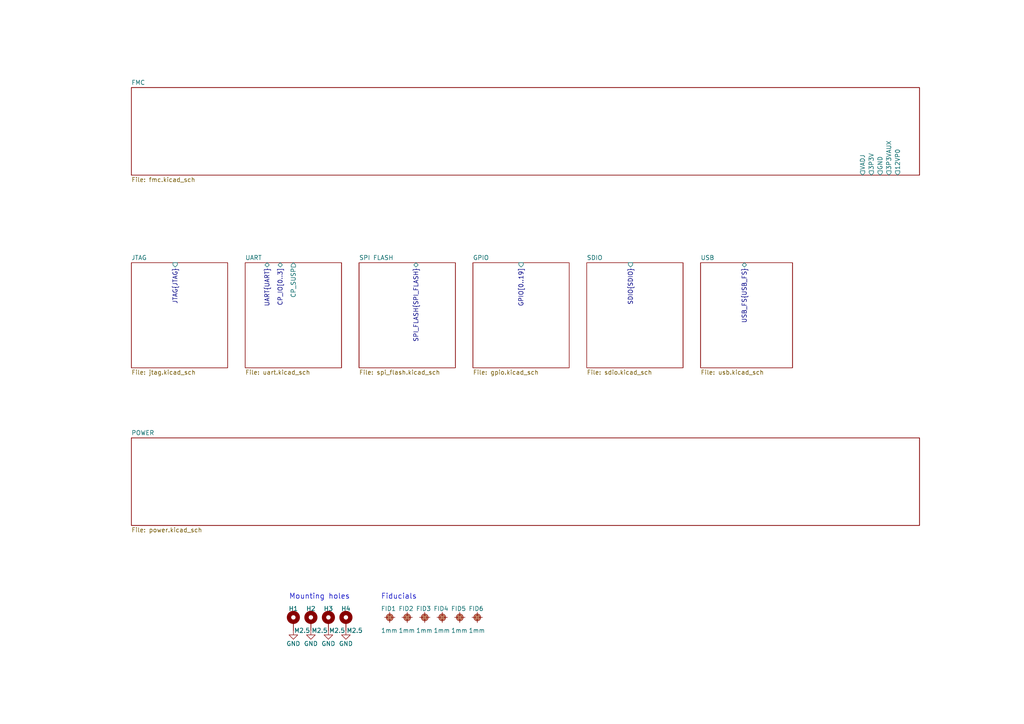
<source format=kicad_sch>
(kicad_sch (version 20230121) (generator eeschema)
  (paper "A4")
  (lib_symbols
    (symbol "CHIPSAlliance_Mechanical:Fiducial"
      (property "Reference" "FID" (at 0 5.08 0))
      (property "Value" "Fiducial" (at 0 3.175 0))
      (symbol "Fiducial_0_1"
        (polyline (pts (xy -1.524 0) (xy 1.524 0)))
        (polyline (pts (xy 0 1.524) (xy 0 -1.524)))
        (circle (center 0 0) (radius 0.508) (fill (type background)))
        (circle (center 0 0) (radius 0.762) (fill (type background)))
        (circle (center 0 0) (radius 1.016) (fill (type background)))
      )
    )
    (symbol "CHIPSAlliance_Mechanical:MountingHole_Pad" (pin_numbers hide) (pin_names (offset 1.016) hide)
      (property "Reference" "H" (at 0 6.35 0))
      (property "Value" "MountingHole_Pad" (at 0 4.445 0))
      (symbol "MountingHole_Pad_0_1"
        (circle (center 0 1.27) (radius 1.27) (stroke (width 1.27)))
      )
      (symbol "MountingHole_Pad_1_1"
        (pin input line (at 0 -2.54 90) (length 2.54) (name "1") (number "1"))
      )
    )
    (symbol "power:GND" (power) (pin_names (offset 0))
      (property "Value" "GND" (at 0 -3.81 0))
      (symbol "GND_0_1"
        (polyline (pts (xy 0 0) (xy 0 -1.27) (xy 1.27 -1.27) (xy 0 -2.54) (xy -1.27 -1.27) (xy 0 -1.27)))
      )
      (symbol "GND_1_1"
        (pin power_in line (at 0 0 270) (length 0) hide (name "GND") (number "1"))
      )
    )
  )
  (bus_alias "USB_FS" (members "VBUSDET" "CON" "~{OE}" "RCV" "VP" "VM" "SPD" "SUS"))
  (text "Fiducials" (at 110.49 173.99 0) (effects (font (size 1.524 1.524)) (justify left bottom)))
  (text "Mounting holes" (at 83.82 173.99 0) (effects (font (size 1.524 1.524)) (justify left bottom)))
  (symbol (lib_id "CHIPSAlliance_Mechanical:MountingHole_Pad") (at 100.33 180.34 0) (unit 1)
    (property "Reference" "H4" (at 100.33 176.53 0))
    (property "Value" "M2.5" (at 102.87 182.88 0))
    (property "Footprint" "MountingHole:MountingHole_2.7mm_M2.5_Pad_Via" (effects hide))
  )
  (symbol (lib_id "CHIPSAlliance_Mechanical:Fiducial") (at 123.19 179.07 0) (unit 1)
    (property "Reference" "FID3" (at 120.65 176.53 0) (effects (justify left)))
    (property "Value" "1mm" (at 120.65 182.88 0) (effects (justify left)))
    (property "Footprint" "Fiducial:Fiducial_1mm_Mask2mm" (effects hide))
  )
  (symbol (lib_id "CHIPSAlliance_Mechanical:Fiducial") (at 138.43 179.07 0) (unit 1)
    (property "Reference" "FID6" (at 135.89 176.53 0) (effects (justify left)))
    (property "Value" "1mm" (at 135.89 182.88 0) (effects (justify left)))
    (property "Footprint" "Fiducial:Fiducial_1mm_Mask2mm" (effects hide))
  )
  (symbol (lib_id "CHIPSAlliance_Mechanical:Fiducial") (at 133.35 179.07 0) (unit 1)
    (property "Reference" "FID5" (at 130.81 176.53 0) (effects (justify left)))
    (property "Value" "1mm" (at 130.81 182.88 0) (effects (justify left)))
    (property "Footprint" "Fiducial:Fiducial_1mm_Mask2mm" (effects hide))
  )
  (symbol (lib_id "CHIPSAlliance_Mechanical:MountingHole_Pad") (at 90.17 180.34 0) (unit 1)
    (property "Reference" "H2" (at 90.17 176.53 0))
    (property "Value" "M2.5" (at 92.71 182.88 0))
    (property "Footprint" "MountingHole:MountingHole_2.7mm_M2.5_Pad_Via" (effects hide))
  )
  (symbol (lib_id "CHIPSAlliance_Mechanical:Fiducial") (at 128.27 179.07 0) (unit 1)
    (property "Reference" "FID4" (at 125.73 176.53 0) (effects (justify left)))
    (property "Value" "1mm" (at 125.73 182.88 0) (effects (justify left)))
    (property "Footprint" "Fiducial:Fiducial_1mm_Mask2mm" (effects hide))
  )
  (symbol (lib_id "power:GND") (at 95.25 182.88 0) (unit 1)
    (property "Reference" "#PWR081" (effects hide))
    (property "Value" "GND" (at 95.25 186.69 0))
  )
  (symbol (lib_id "CHIPSAlliance_Mechanical:Fiducial") (at 118.11 179.07 0) (unit 1)
    (property "Reference" "FID2" (at 115.57 176.53 0) (effects (justify left)))
    (property "Value" "1mm" (at 115.57 182.88 0) (effects (justify left)))
    (property "Footprint" "Fiducial:Fiducial_1mm_Mask2mm" (effects hide))
  )
  (symbol (lib_id "power:GND") (at 90.17 182.88 0) (unit 1)
    (property "Reference" "#PWR080" (effects hide))
    (property "Value" "GND" (at 90.17 186.69 0))
  )
  (symbol (lib_id "CHIPSAlliance_Mechanical:MountingHole_Pad") (at 85.09 180.34 0) (unit 1)
    (property "Reference" "H1" (at 85.09 176.53 0))
    (property "Value" "M2.5" (at 87.63 182.88 0))
    (property "Footprint" "MountingHole:MountingHole_2.7mm_M2.5_Pad_Via" (effects hide))
  )
  (symbol (lib_id "CHIPSAlliance_Mechanical:Fiducial") (at 113.03 179.07 0) (unit 1)
    (property "Reference" "FID1" (at 110.49 176.53 0) (effects (justify left)))
    (property "Value" "1mm" (at 110.49 182.88 0) (effects (justify left)))
    (property "Footprint" "Fiducial:Fiducial_1mm_Mask2mm" (effects hide))
  )
  (symbol (lib_id "power:GND") (at 100.33 182.88 0) (unit 1)
    (property "Reference" "#PWR082" (effects hide))
    (property "Value" "GND" (at 100.33 186.69 0))
  )
  (symbol (lib_id "CHIPSAlliance_Mechanical:MountingHole_Pad") (at 95.25 180.34 0) (unit 1)
    (property "Reference" "H3" (at 95.25 176.53 0))
    (property "Value" "M2.5" (at 97.79 182.88 0))
    (property "Footprint" "MountingHole:MountingHole_2.7mm_M2.5_Pad_Via" (effects hide))
  )
  (symbol (lib_id "power:GND") (at 85.09 182.88 0) (unit 1)
    (property "Reference" "#PWR079" (effects hide))
    (property "Value" "GND" (at 85.09 186.69 0))
  )
  (sheet (at 71.12 76.2) (size 27.94 30.48) (stroke (width 0.1524))
    (property "Sheetname" "UART" (at 71.12 75.4884 0) (effects (justify left bottom)))
    (property "Sheetfile" "uart.kicad_sch" (at 71.12 107.2646 0) (effects (justify left top)))
    (pin "UART{UART}" tri_state (at 77.47 76.2 90))
    (pin "CP_IO[0..3]" tri_state (at 81.28 76.2 90))
    (pin "CP_SUSP" output (at 85.09 76.2 90))
  )
  (sheet (at 38.1 25.4) (size 228.6 25.4) (stroke (width 0.1524))
    (property "Sheetname" "FMC" (at 38.1 24.6884 0) (effects (justify left bottom)))
    (property "Sheetfile" "fmc.kicad_sch" (at 38.1 51.3846 0) (effects (justify left top)))
    (pin "12VP0" output (at 260.35 50.8 270))
    (pin "3P3VAUX" output (at 257.81 50.8 270))
    (pin "GND" output (at 255.27 50.8 270))
    (pin "3P3V" output (at 252.73 50.8 270))
    (pin "VADJ" output (at 250.19 50.8 270))
  )
  (sheet (at 203.2 76.2) (size 26.67 30.48) (stroke (width 0.1524))
    (property "Sheetname" "USB" (at 203.2 75.4884 0) (effects (justify left bottom)))
    (property "Sheetfile" "usb.kicad_sch" (at 203.2 107.2646 0) (effects (justify left top)))
    (pin "USB_FS{USB_FS}" bidirectional (at 215.9 76.2 90))
  )
  (sheet (at 38.1 76.2) (size 27.94 30.48) (stroke (width 0.1524))
    (property "Sheetname" "JTAG" (at 38.1 75.4884 0) (effects (justify left bottom)))
    (property "Sheetfile" "jtag.kicad_sch" (at 38.1 107.2646 0) (effects (justify left top)))
    (pin "JTAG{JTAG}" input (at 50.8 76.2 90))
  )
  (sheet (at 137.16 76.2) (size 27.94 30.48) (stroke (width 0.1524))
    (property "Sheetname" "GPIO" (at 137.16 75.4884 0) (effects (justify left bottom)))
    (property "Sheetfile" "gpio.kicad_sch" (at 137.16 107.2646 0) (effects (justify left top)))
    (pin "GPIO[0..19]" input (at 151.13 76.2 90))
  )
  (sheet (at 38.1 127) (size 228.6 25.4) (stroke (width 0.1524))
    (property "Sheetname" "POWER" (at 38.1 126.2884 0) (effects (justify left bottom)))
    (property "Sheetfile" "power.kicad_sch" (at 38.1 152.9846 0) (effects (justify left top)))
  )
  (sheet (at 104.14 76.2) (size 27.94 30.48) (stroke (width 0.1524))
    (property "Sheetname" "SPI FLASH" (at 104.14 75.4884 0) (effects (justify left bottom)))
    (property "Sheetfile" "spi_flash.kicad_sch" (at 104.14 107.2646 0) (effects (justify left top)))
    (pin "SPI_FLASH{SPI_FLASH}" bidirectional (at 120.65 76.2 90))
  )
  (sheet (at 170.18 76.2) (size 27.94 30.48) (stroke (width 0.1524))
    (property "Sheetname" "SDIO" (at 170.18 75.4884 0) (effects (justify left bottom)))
    (property "Sheetfile" "sdio.kicad_sch" (at 170.18 107.2646 0) (effects (justify left top)))
    (pin "SDIO{SDIO}" input (at 182.88 76.2 90))
  )
)
</source>
